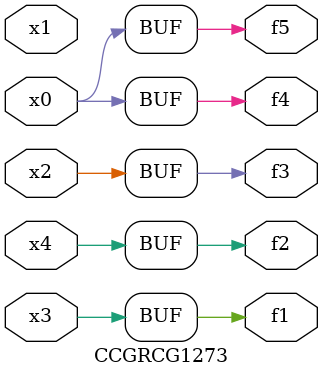
<source format=v>
module CCGRCG1273(
	input x0, x1, x2, x3, x4,
	output f1, f2, f3, f4, f5
);
	assign f1 = x3;
	assign f2 = x4;
	assign f3 = x2;
	assign f4 = x0;
	assign f5 = x0;
endmodule

</source>
